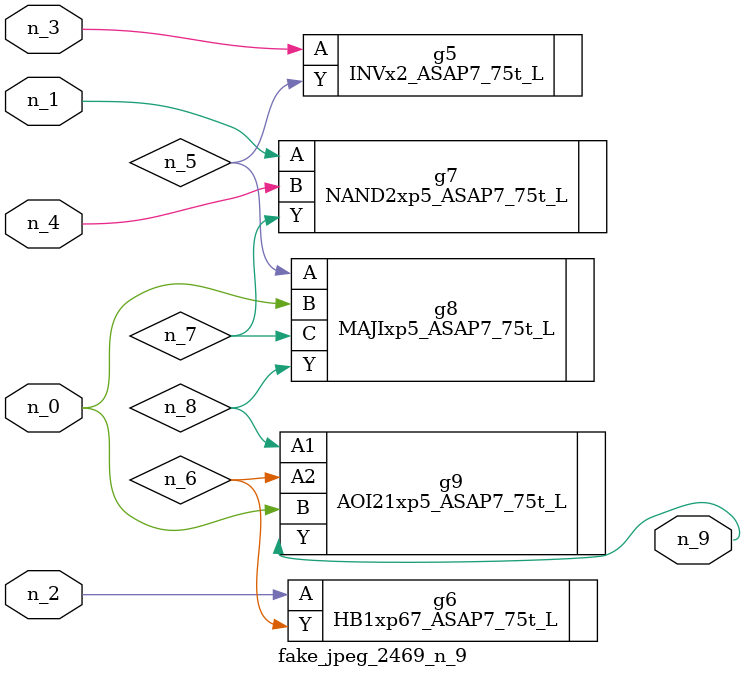
<source format=v>
module fake_jpeg_2469_n_9 (n_3, n_2, n_1, n_0, n_4, n_9);

input n_3;
input n_2;
input n_1;
input n_0;
input n_4;

output n_9;

wire n_8;
wire n_6;
wire n_5;
wire n_7;

INVx2_ASAP7_75t_L g5 ( 
.A(n_3),
.Y(n_5)
);

HB1xp67_ASAP7_75t_L g6 ( 
.A(n_2),
.Y(n_6)
);

NAND2xp5_ASAP7_75t_L g7 ( 
.A(n_1),
.B(n_4),
.Y(n_7)
);

MAJIxp5_ASAP7_75t_L g8 ( 
.A(n_5),
.B(n_0),
.C(n_7),
.Y(n_8)
);

AOI21xp5_ASAP7_75t_L g9 ( 
.A1(n_8),
.A2(n_6),
.B(n_0),
.Y(n_9)
);


endmodule
</source>
